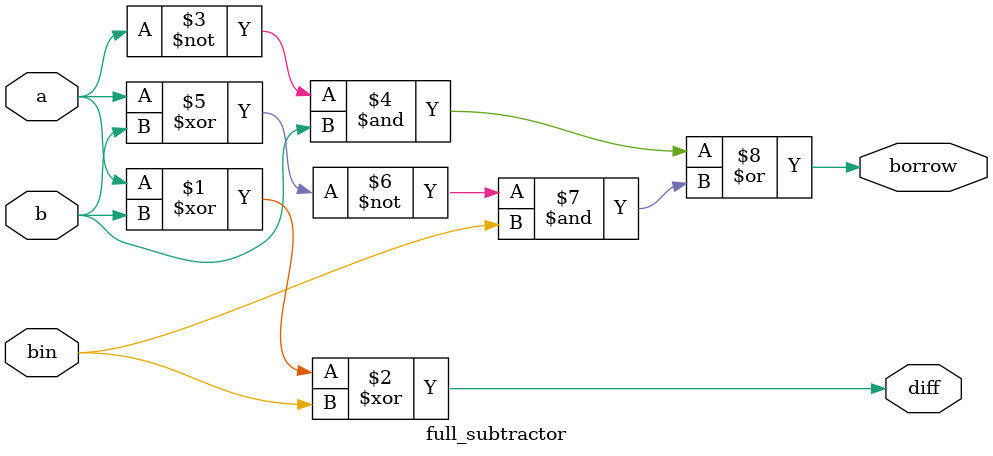
<source format=v>

module full_subtractor (
    input  wire a, b, bin,       // Inputs
    output wire diff, borrow     // Outputs
);

    // Logic equations
    assign diff   = a ^ b ^ bin;                  // Difference
    assign borrow = (~a & b) | (~(a ^ b) & bin);  // Borrow logic

endmodule




</source>
